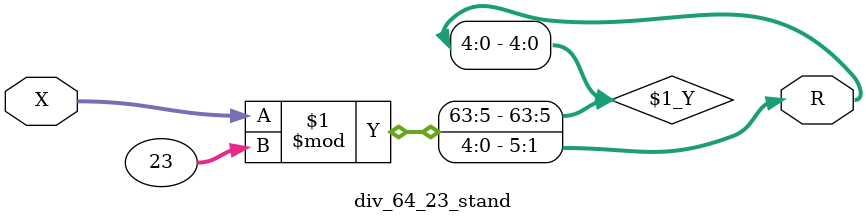
<source format=v>
module div_64_23_stand( X, R);//, R);


input  [64:1] X;
//output [60:1] Q; 
output [5:1] R;

//assign Q = X / 23;

assign R = X % 23;


endmodule

</source>
